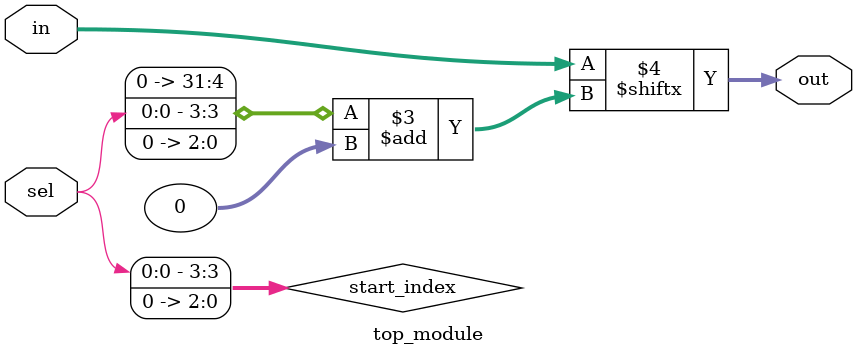
<source format=sv>
module top_module (
  input [1023:0] in,
  input [7:0] sel,
  output [3:0] out
);
  reg [3:0] start_index;
  
  always @(*) begin
    start_index = sel << 3;
    out = in[start_index +: 4];
  end
endmodule

</source>
